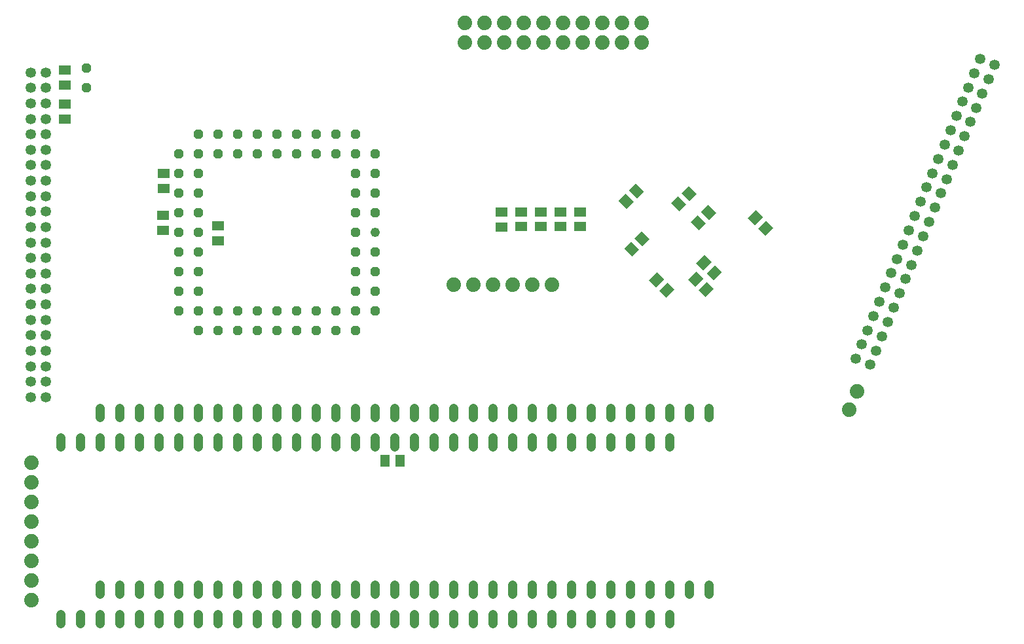
<source format=gbs>
G04 EAGLE Gerber RS-274X export*
G75*
%MOMM*%
%FSLAX34Y34*%
%LPD*%
%INBottom Solder Mask*%
%IPPOS*%
%AMOC8*
5,1,8,0,0,1.08239X$1,22.5*%
G01*
%ADD10C,1.350000*%
%ADD11C,1.219200*%
%ADD12P,1.319650X8X112.500000*%
%ADD13C,1.219200*%
%ADD14P,1.319650X8X292.500000*%
%ADD15R,1.300000X1.500000*%
%ADD16R,1.500000X1.300000*%
%ADD17C,1.879600*%


D10*
X57244Y331782D03*
X37244Y331782D03*
X57244Y351782D03*
X37244Y351782D03*
X57244Y371782D03*
X37244Y371782D03*
X57244Y391782D03*
X37244Y391782D03*
X57244Y411782D03*
X37244Y411782D03*
X57244Y431782D03*
X37244Y431782D03*
X57244Y451782D03*
X37244Y451782D03*
X57244Y471782D03*
X37244Y471782D03*
X57244Y491782D03*
X37244Y491782D03*
X57244Y511782D03*
X37244Y511782D03*
X57244Y531782D03*
X37244Y531782D03*
X57244Y551782D03*
X37244Y551782D03*
X57244Y571782D03*
X37244Y571782D03*
X57244Y591782D03*
X37244Y591782D03*
X57244Y611782D03*
X37244Y611782D03*
X57244Y631782D03*
X37244Y631782D03*
X57244Y651782D03*
X37244Y651782D03*
X57244Y671782D03*
X37244Y671782D03*
X57244Y691782D03*
X37244Y691782D03*
X57244Y711782D03*
X37244Y711782D03*
X57244Y731782D03*
X37244Y731782D03*
X57244Y751782D03*
X37244Y751782D03*
D11*
X863600Y279146D02*
X863600Y266954D01*
X838200Y266954D02*
X838200Y279146D01*
X812800Y279146D02*
X812800Y266954D01*
X787400Y266954D02*
X787400Y279146D01*
X762000Y279146D02*
X762000Y266954D01*
X736600Y266954D02*
X736600Y279146D01*
X711200Y279146D02*
X711200Y266954D01*
X685800Y266954D02*
X685800Y279146D01*
X660400Y279146D02*
X660400Y266954D01*
X635000Y266954D02*
X635000Y279146D01*
X609600Y279146D02*
X609600Y266954D01*
X584200Y266954D02*
X584200Y279146D01*
X558800Y279146D02*
X558800Y266954D01*
X533400Y266954D02*
X533400Y279146D01*
X508000Y279146D02*
X508000Y266954D01*
X482600Y266954D02*
X482600Y279146D01*
X457200Y279146D02*
X457200Y266954D01*
X431800Y266954D02*
X431800Y279146D01*
X406400Y279146D02*
X406400Y266954D01*
X76200Y266954D02*
X76200Y279146D01*
X76200Y50546D02*
X76200Y38354D01*
X406400Y38354D02*
X406400Y50546D01*
X431800Y50546D02*
X431800Y38354D01*
X457200Y38354D02*
X457200Y50546D01*
X482600Y50546D02*
X482600Y38354D01*
X508000Y38354D02*
X508000Y50546D01*
X533400Y50546D02*
X533400Y38354D01*
X558800Y38354D02*
X558800Y50546D01*
X584200Y50546D02*
X584200Y38354D01*
X609600Y38354D02*
X609600Y50546D01*
X635000Y50546D02*
X635000Y38354D01*
X660400Y38354D02*
X660400Y50546D01*
X685800Y50546D02*
X685800Y38354D01*
X711200Y38354D02*
X711200Y50546D01*
X736600Y50546D02*
X736600Y38354D01*
X762000Y38354D02*
X762000Y50546D01*
X787400Y50546D02*
X787400Y38354D01*
X812800Y38354D02*
X812800Y50546D01*
X838200Y50546D02*
X838200Y38354D01*
X863600Y38354D02*
X863600Y50546D01*
X381000Y266954D02*
X381000Y279146D01*
X355600Y279146D02*
X355600Y266954D01*
X330200Y266954D02*
X330200Y279146D01*
X304800Y279146D02*
X304800Y266954D01*
X279400Y266954D02*
X279400Y279146D01*
X254000Y279146D02*
X254000Y266954D01*
X228600Y266954D02*
X228600Y279146D01*
X203200Y279146D02*
X203200Y266954D01*
X177800Y266954D02*
X177800Y279146D01*
X152400Y279146D02*
X152400Y266954D01*
X127000Y266954D02*
X127000Y279146D01*
X101600Y279146D02*
X101600Y266954D01*
X381000Y50546D02*
X381000Y38354D01*
X355600Y38354D02*
X355600Y50546D01*
X330200Y50546D02*
X330200Y38354D01*
X304800Y38354D02*
X304800Y50546D01*
X279400Y50546D02*
X279400Y38354D01*
X254000Y38354D02*
X254000Y50546D01*
X228600Y50546D02*
X228600Y38354D01*
X203200Y38354D02*
X203200Y50546D01*
X177800Y50546D02*
X177800Y38354D01*
X152400Y38354D02*
X152400Y50546D01*
X127000Y50546D02*
X127000Y38354D01*
X101600Y38354D02*
X101600Y50546D01*
D12*
X109728Y732028D03*
X109728Y757428D03*
D13*
X482664Y544576D03*
D14*
X457264Y544576D03*
X482664Y569976D03*
X457264Y569976D03*
X482664Y595376D03*
X457264Y595376D03*
X482664Y620776D03*
X457264Y620776D03*
X482664Y646176D03*
X457264Y671576D03*
X457264Y646176D03*
X431864Y671576D03*
X431864Y646176D03*
X406464Y671576D03*
X406464Y646176D03*
X381064Y671576D03*
X381064Y646176D03*
X355664Y671576D03*
X355664Y646176D03*
X330264Y671576D03*
X330264Y646176D03*
X304864Y671576D03*
X304864Y646176D03*
X279464Y671576D03*
X279464Y646176D03*
X254064Y671576D03*
X228664Y646176D03*
X254064Y646176D03*
X228664Y620776D03*
X254064Y620776D03*
X228664Y595376D03*
X254064Y595376D03*
X228664Y569976D03*
X254064Y569976D03*
X228664Y544576D03*
X254064Y544576D03*
X228664Y519176D03*
X254064Y519176D03*
X228664Y493776D03*
X254064Y493776D03*
X228664Y468376D03*
X254064Y468376D03*
X228664Y442976D03*
X254064Y417576D03*
X254064Y442976D03*
X279464Y417576D03*
X279464Y442976D03*
X304864Y417576D03*
X304864Y442976D03*
X330264Y417576D03*
X330264Y442976D03*
X355664Y417576D03*
X355664Y442976D03*
X381064Y417576D03*
X381064Y442976D03*
X406464Y417576D03*
X406464Y442976D03*
X431864Y417576D03*
X431864Y442976D03*
X457264Y417576D03*
X482664Y442976D03*
X457264Y442976D03*
X482664Y468376D03*
X457264Y468376D03*
X482664Y493776D03*
X457264Y493776D03*
X482664Y519176D03*
X457264Y519176D03*
D15*
X514706Y249428D03*
X495706Y249428D03*
D16*
X208788Y566776D03*
X208788Y547776D03*
X279400Y553060D03*
X279400Y534060D03*
X209042Y620878D03*
X209042Y601878D03*
X81534Y735736D03*
X81534Y754736D03*
X81534Y710540D03*
X81534Y691540D03*
D17*
X1105662Y338836D03*
X1095942Y315369D03*
D10*
X1264925Y769342D03*
X1283402Y761688D03*
X1257271Y750864D03*
X1275749Y743210D03*
X1249617Y732386D03*
X1268095Y724733D03*
X1241964Y713909D03*
X1260441Y706255D03*
X1234310Y695431D03*
X1252788Y687778D03*
X1226656Y676954D03*
X1245134Y669300D03*
X1219003Y658476D03*
X1237480Y650822D03*
X1211349Y639998D03*
X1229827Y632345D03*
X1203695Y621521D03*
X1222173Y613867D03*
X1196042Y603043D03*
X1214519Y595390D03*
X1188388Y584566D03*
X1206866Y576912D03*
X1180734Y566088D03*
X1199212Y558434D03*
X1173081Y547610D03*
X1191558Y539957D03*
X1165427Y529133D03*
X1183905Y521479D03*
X1157773Y510655D03*
X1176251Y503002D03*
X1150120Y492178D03*
X1168597Y484524D03*
X1142466Y473700D03*
X1160944Y466046D03*
X1134812Y455222D03*
X1153290Y447569D03*
X1127159Y436745D03*
X1145636Y429091D03*
X1119505Y418267D03*
X1137983Y410614D03*
X1111851Y399790D03*
X1130329Y392136D03*
X1104198Y381312D03*
X1122675Y373658D03*
D11*
X914400Y317246D02*
X914400Y305054D01*
X889000Y305054D02*
X889000Y317246D01*
X863600Y317246D02*
X863600Y305054D01*
X838200Y305054D02*
X838200Y317246D01*
X812800Y317246D02*
X812800Y305054D01*
X787400Y305054D02*
X787400Y317246D01*
X762000Y317246D02*
X762000Y305054D01*
X736600Y305054D02*
X736600Y317246D01*
X711200Y317246D02*
X711200Y305054D01*
X685800Y305054D02*
X685800Y317246D01*
X660400Y317246D02*
X660400Y305054D01*
X635000Y305054D02*
X635000Y317246D01*
X609600Y317246D02*
X609600Y305054D01*
X584200Y305054D02*
X584200Y317246D01*
X558800Y317246D02*
X558800Y305054D01*
X533400Y305054D02*
X533400Y317246D01*
X508000Y317246D02*
X508000Y305054D01*
X482600Y305054D02*
X482600Y317246D01*
X457200Y317246D02*
X457200Y305054D01*
X127000Y305054D02*
X127000Y317246D01*
X127000Y88646D02*
X127000Y76454D01*
X457200Y76454D02*
X457200Y88646D01*
X482600Y88646D02*
X482600Y76454D01*
X508000Y76454D02*
X508000Y88646D01*
X533400Y88646D02*
X533400Y76454D01*
X558800Y76454D02*
X558800Y88646D01*
X584200Y88646D02*
X584200Y76454D01*
X609600Y76454D02*
X609600Y88646D01*
X635000Y88646D02*
X635000Y76454D01*
X660400Y76454D02*
X660400Y88646D01*
X685800Y88646D02*
X685800Y76454D01*
X711200Y76454D02*
X711200Y88646D01*
X736600Y88646D02*
X736600Y76454D01*
X762000Y76454D02*
X762000Y88646D01*
X787400Y88646D02*
X787400Y76454D01*
X812800Y76454D02*
X812800Y88646D01*
X838200Y88646D02*
X838200Y76454D01*
X863600Y76454D02*
X863600Y88646D01*
X889000Y88646D02*
X889000Y76454D01*
X914400Y76454D02*
X914400Y88646D01*
X431800Y305054D02*
X431800Y317246D01*
X406400Y317246D02*
X406400Y305054D01*
X381000Y305054D02*
X381000Y317246D01*
X355600Y317246D02*
X355600Y305054D01*
X330200Y305054D02*
X330200Y317246D01*
X304800Y317246D02*
X304800Y305054D01*
X279400Y305054D02*
X279400Y317246D01*
X254000Y317246D02*
X254000Y305054D01*
X228600Y305054D02*
X228600Y317246D01*
X203200Y317246D02*
X203200Y305054D01*
X177800Y305054D02*
X177800Y317246D01*
X152400Y317246D02*
X152400Y305054D01*
X431800Y88646D02*
X431800Y76454D01*
X406400Y76454D02*
X406400Y88646D01*
X381000Y88646D02*
X381000Y76454D01*
X355600Y76454D02*
X355600Y88646D01*
X330200Y88646D02*
X330200Y76454D01*
X304800Y76454D02*
X304800Y88646D01*
X279400Y88646D02*
X279400Y76454D01*
X254000Y76454D02*
X254000Y88646D01*
X228600Y88646D02*
X228600Y76454D01*
X203200Y76454D02*
X203200Y88646D01*
X177800Y88646D02*
X177800Y76454D01*
X152400Y76454D02*
X152400Y88646D01*
D17*
X584200Y477012D03*
X609600Y477012D03*
X635000Y477012D03*
X660400Y477012D03*
X685800Y477012D03*
X711200Y477012D03*
D16*
X646158Y552002D03*
X646158Y571002D03*
X671812Y552256D03*
X671812Y571256D03*
X696958Y552256D03*
X696958Y571256D03*
X722358Y552510D03*
X722358Y571510D03*
X747504Y552510D03*
X747504Y571510D03*
D15*
G36*
X878961Y596197D02*
X888153Y605389D01*
X898759Y594783D01*
X889567Y585591D01*
X878961Y596197D01*
G37*
G36*
X865526Y582761D02*
X874718Y591953D01*
X885324Y581347D01*
X876132Y572155D01*
X865526Y582761D01*
G37*
G36*
X910470Y556709D02*
X901278Y547517D01*
X890672Y558123D01*
X899864Y567315D01*
X910470Y556709D01*
G37*
G36*
X923905Y570145D02*
X914713Y560953D01*
X904107Y571559D01*
X913299Y580751D01*
X923905Y570145D01*
G37*
G36*
X973778Y554095D02*
X964586Y563287D01*
X975192Y573893D01*
X984384Y564701D01*
X973778Y554095D01*
G37*
G36*
X987213Y540659D02*
X978021Y549851D01*
X988627Y560457D01*
X997819Y551265D01*
X987213Y540659D01*
G37*
G36*
X907230Y496183D02*
X898038Y505375D01*
X908644Y515981D01*
X917836Y506789D01*
X907230Y496183D01*
G37*
G36*
X920665Y482747D02*
X911473Y491939D01*
X922079Y502545D01*
X931271Y493353D01*
X920665Y482747D01*
G37*
G36*
X896816Y474593D02*
X887624Y483785D01*
X898230Y494391D01*
X907422Y485199D01*
X896816Y474593D01*
G37*
G36*
X910251Y461157D02*
X901059Y470349D01*
X911665Y480955D01*
X920857Y471763D01*
X910251Y461157D01*
G37*
G36*
X846016Y473831D02*
X836824Y483023D01*
X847430Y493629D01*
X856622Y484437D01*
X846016Y473831D01*
G37*
G36*
X859451Y460395D02*
X850259Y469587D01*
X860865Y480193D01*
X870057Y471001D01*
X859451Y460395D01*
G37*
G36*
X818001Y537523D02*
X827193Y546715D01*
X837799Y536109D01*
X828607Y526917D01*
X818001Y537523D01*
G37*
G36*
X804566Y524087D02*
X813758Y533279D01*
X824364Y522673D01*
X815172Y513481D01*
X804566Y524087D01*
G37*
G36*
X810889Y599245D02*
X820081Y608437D01*
X830687Y597831D01*
X821495Y588639D01*
X810889Y599245D01*
G37*
G36*
X797454Y585809D02*
X806646Y595001D01*
X817252Y584395D01*
X808060Y575203D01*
X797454Y585809D01*
G37*
D17*
X38608Y69088D03*
X38608Y94488D03*
X38608Y119888D03*
X38608Y145288D03*
X38608Y170688D03*
X38608Y196088D03*
X38608Y221488D03*
X38608Y246888D03*
X599186Y790702D03*
X599186Y816102D03*
X624586Y790702D03*
X624586Y816102D03*
X649986Y790702D03*
X649986Y816102D03*
X675386Y790702D03*
X675386Y816102D03*
X700786Y790702D03*
X700786Y816102D03*
X726186Y790702D03*
X726186Y816102D03*
X751586Y790702D03*
X751586Y816102D03*
X776986Y790702D03*
X776986Y816102D03*
X802386Y790702D03*
X802386Y816102D03*
X827786Y790702D03*
X827786Y816102D03*
M02*

</source>
